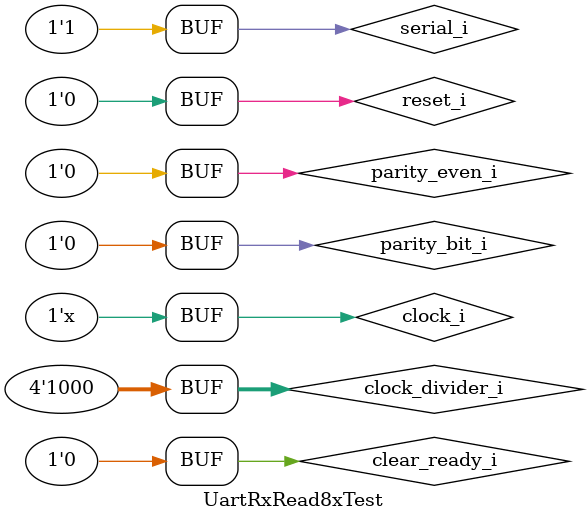
<source format=v>

module UartRxRead8xTest ();

reg reset_i = 1'b0;
reg clock_i = 1'b0;
reg clear_ready_i = 1'b0;
reg parity_bit_i = 1'b0;
reg parity_even_i = 1'b0;
reg serial_i = 1'b1;
reg [3:0] clock_divider_i = 4'd8;
wire [7:0] data_o;
wire ready_o;

UartRx #(
  .CLOCK_DIVIDER_WIDTH(4)
)
uart_rx (
  .reset_i(reset_i),
  .clock_i(clock_i),
  .clear_ready_i(clear_ready_i),
  .parity_bit_i(parity_bit_i),
  .parity_even_i(parity_even_i),
  .serial_i(serial_i),
  .clock_divider_i(clock_divider_i),
  .data_o(data_o),
  .ready_o(ready_o)
);

always #1 clock_i <= ~clock_i;

initial begin
  #1 send_packet(8'h55);
  #24 assert_data_received(8'h55);
  #2 clear_ready_flag();
  
  #2 send_packet(8'hAA);
  #24 assert_data_received(8'hAA);
  #2 clear_ready_flag();
end

task send_packet;
  input [7:0] data;

  begin
    #16 serial_i <= 1'b0; // Start bit
    #16 serial_i <= data[0];
    #16 serial_i <= data[1];
    #16 serial_i <= data[2];
    #16 serial_i <= data[3];
    #16 serial_i <= data[4];
    #16 serial_i <= data[5];
    #16 serial_i <= data[6];
    #16 serial_i <= data[7];
    #16 serial_i <= 1'b1; // Stop bit
  end
endtask

task assert_data_received;
  input [7:0] data;

  begin
    if (!ready_o)
    $display("FAILED - ready_o should be high after receiving packet");

    if (data_o != data)
      $display("FAILED - data_o value should be h%x", data);
  end
endtask

task clear_ready_flag;
  begin
    clear_ready_i = 1'b1;

    if (!ready_o)
      $display("FAILED - ready_o should stay high after receiving packet");

    #2 clear_ready_i = 1'b0;

    if (ready_o)
      $display("FAILED - ready_o should be low after clear_ready_i goes high");
  end
endtask

endmodule

</source>
